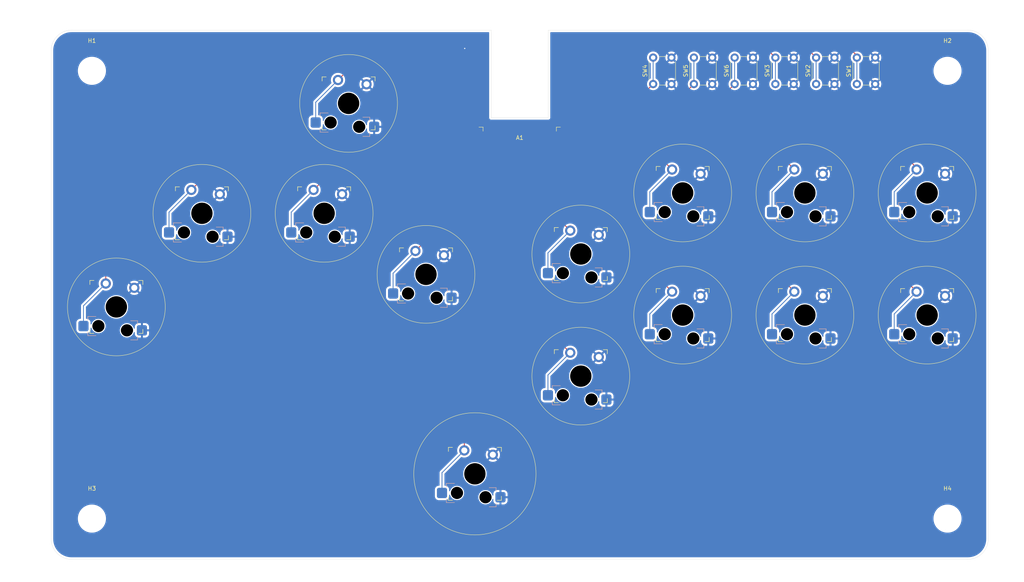
<source format=kicad_pcb>
(kicad_pcb (version 20240108) (generator "pcbnew") (generator_version "8.0")
  (layers (0 "F.Cu" signal) (31 "B.Cu" signal) (34 "B.Paste" user) (35 "F.Paste" user) (36 "B.SilkS" user "B.Silkscreen") (37 "F.SilkS" user "F.Silkscreen") (38 "B.Mask" user) (39 "F.Mask" user) (44 "Edge.Cuts" user))
  (net 0 "")
  (net 1 "GND")
  (net 2 "TRIANGLE")
  (net 4 "SQUARE")
  (net 5 "OPT1")
  (net 6 "DOWN")
  (net 7 "UP_W")
  (net 8 "OPT5")
  (net 9 "OPT6")
  (net 10 "LEFT")
  (net 11 "OPT3")
  (net 12 "OPT4")
  (net 13 "L1")
  (net 14 "CROSS")
  (net 15 "OPT2")
  (net 16 "RIGHT")
  (net 17 "SHIFT")
  (net 18 "L2")
  (net 19 "R2")
  (net 20 "UP")
  (net 22 "CIRCLE")
  (net 23 "R1")
  (footprint "halalsnackbox-footprints:RP2040-Zero" (layer "F.Cu") (at 115 12.08)
    (property "Reference" "A1" (at 0 14.35 0) (layer "F.SilkS"))
    (property "Value" "RP2040-Zero")
    (pad "1" smd roundrect (at 9.16 -10.16 180) (size 3 1.524) (layers "F.Cu" "F.Paste" "F.Mask") (net 5 "OPT1"))
    (pad "2" smd roundrect (at 9.16 -7.62 180) (size 3 1.524) (layers "F.Cu" "F.Paste" "F.Mask") (net 15 "OPT2"))
    (pad "3" smd roundrect (at 9.16 -5.08 180) (size 3 1.524) (layers "F.Cu" "F.Paste" "F.Mask") (net 11 "OPT3"))
    (pad "4" smd roundrect (at 9.16 -2.54 180) (size 3 1.524) (layers "F.Cu" "F.Paste" "F.Mask") (net 12 "OPT4"))
    (pad "5" smd roundrect (at 9.16 0 180) (size 3 1.524) (layers "F.Cu" "F.Paste" "F.Mask") (net 8 "OPT5"))
    (pad "6" smd roundrect (at 9.16 2.54 180) (size 3 1.524) (layers "F.Cu" "F.Paste" "F.Mask") (net 9 "OPT6"))
    (pad "7" smd roundrect (at 9.16 5.08 180) (size 3 1.524) (layers "F.Cu" "F.Paste" "F.Mask") (net 13 "L1"))
    (pad "8" smd roundrect (at 9.16 7.62 180) (size 3 1.524) (layers "F.Cu" "F.Paste" "F.Mask") (net 18 "L2"))
    (pad "9" smd roundrect (at 9.16 10.16 180) (size 3 1.524) (layers "F.Cu" "F.Paste" "F.Mask") (net 23 "R1"))
    (pad "10" smd roundrect (at 5.08 11.7 270) (size 3 1.524) (layers "F.Cu" "F.Paste" "F.Mask") (net 19 "R2"))
    (pad "11" smd roundrect (at 2.54 11.7 270) (size 3 1.524) (layers "F.Cu" "F.Paste" "F.Mask") (net 2 "TRIANGLE"))
    (pad "12" smd roundrect (at 0 11.7 270) (size 3 1.524) (layers "F.Cu" "F.Paste" "F.Mask") (net 22 "CIRCLE"))
    (pad "13" smd roundrect (at -2.54 11.7 270) (size 3 1.524) (layers "F.Cu" "F.Paste" "F.Mask") (net 4 "SQUARE"))
    (pad "14" smd roundrect (at -5.08 11.7 90) (size 3 1.524) (layers "F.Cu" "F.Paste" "F.Mask") (net 14 "CROSS"))
    (pad "15" smd roundrect (at -9.16 10.16 180) (size 3 1.524) (layers "F.Cu" "F.Paste" "F.Mask") (net 20 "UP"))
    (pad "16" smd roundrect (at -9.16 7.62 180) (size 3 1.524) (layers "F.Cu" "F.Paste" "F.Mask") (net 16 "RIGHT"))
    (pad "17" smd roundrect (at -9.16 5.08 180) (size 3 1.524) (layers "F.Cu" "F.Paste" "F.Mask") (net 6 "DOWN"))
    (pad "18" smd roundrect (at -9.16 2.54 180) (size 3 1.524) (layers "F.Cu" "F.Paste" "F.Mask") (net 10 "LEFT"))
    (pad "19" smd roundrect (at -9.16 0 180) (size 3 1.524) (layers "F.Cu" "F.Paste" "F.Mask") (net 17 "SHIFT"))
    (pad "20" smd roundrect (at -9.16 -2.54 180) (size 3 1.524) (layers "F.Cu" "F.Paste" "F.Mask") (net 7 "UP_W"))
    (pad "21" smd roundrect (at -9.16 -5.08 180) (size 3 1.524) (layers "F.Cu" "F.Paste" "F.Mask"))
    (pad "22" smd roundrect (at -9.16 -10.16 180) (size 3 1.524) (layers "F.Cu" "F.Paste" "F.Mask"))
    (pad "23" smd roundrect (at -9.16 -7.62 180) (size 3 1.524) (layers "F.Cu" "F.Paste" "F.Mask") (net 1 "GND"))
  )
  (footprint "halalsnackbox-footprints:SW_PUSH_6mm_H9.5mm" (layer "F.Cu") (at 157.75 13.25 90)
    (property "Reference" "SW5" (at 3.25 -2 90) (layer "F.SilkS"))
    (property "Value" "SW_Push")
    (pad "1" thru_hole circle (at 0 0 180) (size 2 2) (drill 1.1) (layers "*.Cu" "*.Mask") (net 8 "OPT5"))
    (pad "1" thru_hole circle (at 6.5 0 180) (size 2 2) (drill 1.1) (layers "*.Cu" "*.Mask") (net 8 "OPT5"))
    (pad "2" thru_hole circle (at 0 4.5 180) (size 2 2) (drill 1.1) (layers "*.Cu" "*.Mask") (net 1 "GND"))
    (pad "2" thru_hole circle (at 6.5 4.5 180) (size 2 2) (drill 1.1) (layers "*.Cu" "*.Mask") (net 1 "GND"))
  )
  (footprint "halalsnackbox-footprints:SW_PUSH_6mm_H9.5mm" (layer "F.Cu") (at 197.75 13.25 90)
    (property "Reference" "SW1" (at 3.25 -2 90) (layer "F.SilkS"))
    (property "Value" "SW_Push")
    (pad "1" thru_hole circle (at 0 0 180) (size 2 2) (drill 1.1) (layers "*.Cu" "*.Mask") (net 5 "OPT1"))
    (pad "1" thru_hole circle (at 6.5 0 180) (size 2 2) (drill 1.1) (layers "*.Cu" "*.Mask") (net 5 "OPT1"))
    (pad "2" thru_hole circle (at 0 4.5 180) (size 2 2) (drill 1.1) (layers "*.Cu" "*.Mask") (net 1 "GND"))
    (pad "2" thru_hole circle (at 6.5 4.5 180) (size 2 2) (drill 1.1) (layers "*.Cu" "*.Mask") (net 1 "GND"))
  )
  (footprint "MountingHole:MountingHole_6.4mm_M6" (layer "F.Cu") (at 10 120)
    (property "Reference" "H3" (at 0 -7.4 0) (layer "F.SilkS"))
    (property "Value" "MountingHole")
    (pad "" np_thru_hole circle (at 0 0) (size 6.4 6.4) (drill 6.4) (layers "*.Cu" "*.Mask"))
  )
  (footprint "halalsnackbox-footprints:SW_PUSH_6mm_H9.5mm" (layer "F.Cu") (at 177.75 13.25 90)
    (property "Reference" "SW3" (at 3.25 -2 90) (layer "F.SilkS"))
    (property "Value" "SW_Push")
    (pad "1" thru_hole circle (at 0 0 180) (size 2 2) (drill 1.1) (layers "*.Cu" "*.Mask") (net 11 "OPT3"))
    (pad "1" thru_hole circle (at 6.5 0 180) (size 2 2) (drill 1.1) (layers "*.Cu" "*.Mask") (net 11 "OPT3"))
    (pad "2" thru_hole circle (at 0 4.5 180) (size 2 2) (drill 1.1) (layers "*.Cu" "*.Mask") (net 1 "GND"))
    (pad "2" thru_hole circle (at 6.5 4.5 180) (size 2 2) (drill 1.1) (layers "*.Cu" "*.Mask") (net 1 "GND"))
  )
  (footprint "MountingHole:MountingHole_6.4mm_M6" (layer "F.Cu") (at 220 10)
    (property "Reference" "H2" (at 0 -7.4 0) (layer "F.SilkS"))
    (property "Value" "MountingHole")
    (pad "" np_thru_hole circle (at 0 0) (size 6.4 6.4) (drill 6.4) (layers "*.Cu" "*.Mask"))
  )
  (footprint "MountingHole:MountingHole_6.4mm_M6" (layer "F.Cu") (at 220 120)
    (property "Reference" "H4" (at 0 -7.4 0) (layer "F.SilkS"))
    (property "Value" "MountingHole")
    (pad "" np_thru_hole circle (at 0 0) (size 6.4 6.4) (drill 6.4) (layers "*.Cu" "*.Mask"))
  )
  (footprint "halalsnackbox-footprints:SW_PUSH_6mm_H9.5mm" (layer "F.Cu") (at 167.75 13.25 90)
    (property "Reference" "SW6" (at 3.25 -2 90) (layer "F.SilkS"))
    (property "Value" "SW_Push")
    (pad "1" thru_hole circle (at 0 0 180) (size 2 2) (drill 1.1) (layers "*.Cu" "*.Mask") (net 9 "OPT6"))
    (pad "1" thru_hole circle (at 6.5 0 180) (size 2 2) (drill 1.1) (layers "*.Cu" "*.Mask") (net 9 "OPT6"))
    (pad "2" thru_hole circle (at 0 4.5 180) (size 2 2) (drill 1.1) (layers "*.Cu" "*.Mask") (net 1 "GND"))
    (pad "2" thru_hole circle (at 6.5 4.5 180) (size 2 2) (drill 1.1) (layers "*.Cu" "*.Mask") (net 1 "GND"))
  )
  (footprint "MountingHole:MountingHole_6.4mm_M6" (layer "F.Cu") (at 10 10)
    (property "Reference" "H1" (at 0 -7.4 0) (layer "F.SilkS"))
    (property "Value" "MountingHole")
    (pad "" np_thru_hole circle (at 0 0) (size 6.4 6.4) (drill 6.4) (layers "*.Cu" "*.Mask"))
  )
  (footprint "halalsnackbox-footprints:SW_Gateron_LowProfile_HotSwap_THT" (layer "F.Cu") (at 16 68)
    (property "Reference" "SW19" (hide yes))
    (property "Value" "SW_Push" (hide yes))
    (pad "" np_thru_hole circle (at -4.4 4.7) (size 3 3) (drill 3) (layers "*.Mask"))
    (pad "" np_thru_hole circle (at 0 0) (size 5.25 5.25) (drill 5.25) (layers "*.Mask"))
    (pad "" np_thru_hole circle (at 2.6 5.75) (size 3 3) (drill 3) (layers "*.Mask"))
    (pad "1" smd roundrect (at -8.075 4.7) (size 2.5 2.55) (layers "B.Cu" "B.Paste" "B.Mask") (roundrect_rratio 0.2) (net 17 "SHIFT"))
    (pad "1" thru_hole circle (at -2.6 -5.75) (size 2.5 2.5) (drill 1.5) (layers "*.Cu" "B.Mask") (net 17 "SHIFT"))
    (pad "2" thru_hole circle (at 4.4 -4.7) (size 2.5 2.5) (drill 1.5) (layers "*.Cu" "B.Mask") (net 1 "GND"))
    (pad "2" smd roundrect (at 6.275 5.75) (size 2.5 2.55) (layers "B.Cu" "B.Paste" "B.Mask") (roundrect_rratio 0.2) (net 1 "GND"))
  )
  (footprint "halalsnackbox-footprints:SW_Gateron_LowProfile_HotSwap_THT" (layer "F.Cu") (at 155 40)
    (property "Reference" "SW11" (hide yes))
    (property "Value" "SW_Push" (hide yes))
    (pad "" np_thru_hole circle (at -4.4 4.7) (size 3 3) (drill 3) (layers "*.Mask"))
    (pad "" np_thru_hole circle (at 0 0) (size 5.25 5.25) (drill 5.25) (layers "*.Mask"))
    (pad "" np_thru_hole circle (at 2.6 5.75) (size 3 3) (drill 3) (layers "*.Mask"))
    (pad "1" smd roundrect (at -8.075 4.7) (size 2.5 2.55) (layers "B.Cu" "B.Paste" "B.Mask") (roundrect_rratio 0.2) (net 2 "TRIANGLE"))
    (pad "1" thru_hole circle (at -2.6 -5.75) (size 2.5 2.5) (drill 1.5) (layers "*.Cu" "B.Mask") (net 2 "TRIANGLE"))
    (pad "2" thru_hole circle (at 4.4 -4.7) (size 2.5 2.5) (drill 1.5) (layers "*.Cu" "B.Mask") (net 1 "GND"))
    (pad "2" smd roundrect (at 6.275 5.75) (size 2.5 2.55) (layers "B.Cu" "B.Paste" "B.Mask") (roundrect_rratio 0.2) (net 1 "GND"))
  )
  (footprint "halalsnackbox-footprints:SW_Gateron_LowProfile_HotSwap_THT" (layer "F.Cu") (at 92 60)
    (property "Reference" "SW9" (hide yes))
    (property "Value" "SW_Push" (hide yes))
    (pad "" np_thru_hole circle (at -4.4 4.7) (size 3 3) (drill 3) (layers "*.Mask"))
    (pad "" np_thru_hole circle (at 0 0) (size 5.25 5.25) (drill 5.25) (layers "*.Mask"))
    (pad "" np_thru_hole circle (at 2.6 5.75) (size 3 3) (drill 3) (layers "*.Mask"))
    (pad "1" smd roundrect (at -8.075 4.7) (size 2.5 2.55) (layers "B.Cu" "B.Paste" "B.Mask") (roundrect_rratio 0.2) (net 16 "RIGHT"))
    (pad "1" thru_hole circle (at -2.6 -5.75) (size 2.5 2.5) (drill 1.5) (layers "*.Cu" "B.Mask") (net 16 "RIGHT"))
    (pad "2" thru_hole circle (at 4.4 -4.7) (size 2.5 2.5) (drill 1.5) (layers "*.Cu" "B.Mask") (net 1 "GND"))
    (pad "2" smd roundrect (at 6.275 5.75) (size 2.5 2.55) (layers "B.Cu" "B.Paste" "B.Mask") (roundrect_rratio 0.2) (net 1 "GND"))
  )
  (footprint "halalsnackbox-footprints:SW_Gateron_LowProfile_HotSwap_THT" (layer "F.Cu") (at 130 85)
    (property "Reference" "SW14" (hide yes))
    (property "Value" "SW_Push" (hide yes))
    (pad "" np_thru_hole circle (at -4.4 4.7) (size 3 3) (drill 3) (layers "*.Mask"))
    (pad "" np_thru_hole circle (at 0 0) (size 5.25 5.25) (drill 5.25) (layers "*.Mask"))
    (pad "" np_thru_hole circle (at 2.6 5.75) (size 3 3) (drill 3) (layers "*.Mask"))
    (pad "1" smd roundrect (at -8.075 4.7) (size 2.5 2.55) (layers "B.Cu" "B.Paste" "B.Mask") (roundrect_rratio 0.2) (net 14 "CROSS"))
    (pad "1" thru_hole circle (at -2.6 -5.75) (size 2.5 2.5) (drill 1.5) (layers "*.Cu" "B.Mask") (net 14 "CROSS"))
    (pad "2" thru_hole circle (at 4.4 -4.7) (size 2.5 2.5) (drill 1.5) (layers "*.Cu" "B.Mask") (net 1 "GND"))
    (pad "2" smd roundrect (at 6.275 5.75) (size 2.5 2.55) (layers "B.Cu" "B.Paste" "B.Mask") (roundrect_rratio 0.2) (net 1 "GND"))
  )
  (footprint "halalsnackbox-footprints:SW_Gateron_LowProfile_HotSwap_THT" (layer "F.Cu") (at 37 45)
    (property "Reference" "SW7" (hide yes))
    (property "Value" "SW_Push" (hide yes))
    (pad "" np_thru_hole circle (at -4.4 4.7) (size 3 3) (drill 3) (layers "*.Mask"))
    (pad "" np_thru_hole circle (at 0 0) (size 5.25 5.25) (drill 5.25) (layers "*.Mask"))
    (pad "" np_thru_hole circle (at 2.6 5.75) (size 3 3) (drill 3) (layers "*.Mask"))
    (pad "1" smd roundrect (at -8.075 4.7) (size 2.5 2.55) (layers "B.Cu" "B.Paste" "B.Mask") (roundrect_rratio 0.2) (net 10 "LEFT"))
    (pad "1" thru_hole circle (at -2.6 -5.75) (size 2.5 2.5) (drill 1.5) (layers "*.Cu" "B.Mask") (net 10 "LEFT"))
    (pad "2" thru_hole circle (at 4.4 -4.7) (size 2.5 2.5) (drill 1.5) (layers "*.Cu" "B.Mask") (net 1 "GND"))
    (pad "2" smd roundrect (at 6.275 5.75) (size 2.5 2.55) (layers "B.Cu" "B.Paste" "B.Mask") (roundrect_rratio 0.2) (net 1 "GND"))
  )
  (footprint "halalsnackbox-footprints:SW_Gateron_LowProfile_HotSwap_THT" (layer "F.Cu") (at 73 18)
    (property "Reference" "SW20" (hide yes))
    (property "Value" "SW_Push" (hide yes))
    (pad "" np_thru_hole circle (at -4.4 4.7) (size 3 3) (drill 3) (layers "*.Mask"))
    (pad "" np_thru_hole circle (at 0 0) (size 5.25 5.25) (drill 5.25) (layers "*.Mask"))
    (pad "" np_thru_hole circle (at 2.6 5.75) (size 3 3) (drill 3) (layers "*.Mask"))
    (pad "1" smd roundrect (at -8.075 4.7) (size 2.5 2.55) (layers "B.Cu" "B.Paste" "B.Mask") (roundrect_rratio 0.2) (net 7 "UP_W"))
    (pad "1" thru_hole circle (at -2.6 -5.75) (size 2.5 2.5) (drill 1.5) (layers "*.Cu" "B.Mask") (net 7 "UP_W"))
    (pad "2" thru_hole circle (at 4.4 -4.7) (size 2.5 2.5) (drill 1.5) (layers "*.Cu" "B.Mask") (net 1 "GND"))
    (pad "2" smd roundrect (at 6.275 5.75) (size 2.5 2.55) (layers "B.Cu" "B.Paste" "B.Mask") (roundrect_rratio 0.2) (net 1 "GND"))
  )
  (footprint "halalsnackbox-footprints:SW_Gateron_LowProfile_HotSwap_THT" (layer "F.Cu") (at 185 70)
    (property "Reference" "SW16" (hide yes))
    (property "Value" "SW_Push" (hide yes))
    (pad "" np_thru_hole circle (at -4.4 4.7) (size 3 3) (drill 3) (layers "*.Mask"))
    (pad "" np_thru_hole circle (at 0 0) (size 5.25 5.25) (drill 5.25) (layers "*.Mask"))
    (pad "" np_thru_hole circle (at 2.6 5.75) (size 3 3) (drill 3) (layers "*.Mask"))
    (pad "1" smd roundrect (at -8.075 4.7) (size 2.5 2.55) (layers "B.Cu" "B.Paste" "B.Mask") (roundrect_rratio 0.2) (net 19 "R2"))
    (pad "1" thru_hole circle (at -2.6 -5.75) (size 2.5 2.5) (drill 1.5) (layers "*.Cu" "B.Mask") (net 19 "R2"))
    (pad "2" thru_hole circle (at 4.4 -4.7) (size 2.5 2.5) (drill 1.5) (layers "*.Cu" "B.Mask") (net 1 "GND"))
    (pad "2" smd roundrect (at 6.275 5.75) (size 2.5 2.55) (layers "B.Cu" "B.Paste" "B.Mask") (roundrect_rratio 0.2) (net 1 "GND"))
  )
  (footprint "halalsnackbox-footprints:SW_Gateron_LowProfile_HotSwap_THT" (layer "F.Cu") (at 130 55)
    (property "Reference" "SW10" (hide yes))
    (property "Value" "SW_Push" (hide yes))
    (pad "" np_thru_hole circle (at -4.4 4.7) (size 3 3) (drill 3) (layers "*.Mask"))
    (pad "" np_thru_hole circle (at 0 0) (size 5.25 5.25) (drill 5.25) (layers "*.Mask"))
    (pad "" np_thru_hole circle (at 2.6 5.75) (size 3 3) (drill 3) (layers "*.Mask"))
    (pad "1" smd roundrect (at -8.075 4.7) (size 2.5 2.55) (layers "B.Cu" "B.Paste" "B.Mask") (roundrect_rratio 0.2) (net 4 "SQUARE"))
    (pad "1" thru_hole circle (at -2.6 -5.75) (size 2.5 2.5) (drill 1.5) (layers "*.Cu" "B.Mask") (net 4 "SQUARE"))
    (pad "2" thru_hole circle (at 4.4 -4.7) (size 2.5 2.5) (drill 1.5) (layers "*.Cu" "B.Mask") (net 1 "GND"))
    (pad "2" smd roundrect (at 6.275 5.75) (size 2.5 2.55) (layers "B.Cu" "B.Paste" "B.Mask") (roundrect_rratio 0.2) (net 1 "GND"))
  )
  (footprint "halalsnackbox-footprints:SW_PUSH_6mm_H9.5mm" (layer "F.Cu") (at 147.75 13.25 90)
    (property "Reference" "SW4" (at 3.25 -2 90) (layer "F.SilkS"))
    (property "Value" "SW_Push")
    (pad "1" thru_hole circle (at 0 0 180) (size 2 2) (drill 1.1) (layers "*.Cu" "*.Mask") (net 12 "OPT4"))
    (pad "1" thru_hole circle (at 6.5 0 180) (size 2 2) (drill 1.1) (layers "*.Cu" "*.Mask") (net 12 "OPT4"))
    (pad "2" thru_hole circle (at 0 4.5 180) (size 2 2) (drill 1.1) (layers "*.Cu" "*.Mask") (net 1 "GND"))
    (pad "2" thru_hole circle (at 6.5 4.5 180) (size 2 2) (drill 1.1) (layers "*.Cu" "*.Mask") (net 1 "GND"))
  )
  (footprint "halalsnackbox-footprints:SW_Gateron_LowProfile_HotSwap_THT" (layer "F.Cu") (at 67 45)
    (property "Reference" "SW8" (hide yes))
    (property "Value" "SW_Push" (hide yes))
    (pad "" np_thru_hole circle (at -4.4 4.7) (size 3 3) (drill 3) (layers "*.Mask"))
    (pad "" np_thru_hole circle (at 0 0) (size 5.25 5.25) (drill 5.25) (layers "*.Mask"))
    (pad "" np_thru_hole circle (at 2.6 5.75) (size 3 3) (drill 3) (layers "*.Mask"))
    (pad "1" smd roundrect (at -8.075 4.7) (size 2.5 2.55) (layers "B.Cu" "B.Paste" "B.Mask") (roundrect_rratio 0.2) (net 6 "DOWN"))
    (pad "1" thru_hole circle (at -2.6 -5.75) (size 2.5 2.5) (drill 1.5) (layers "*.Cu" "B.Mask") (net 6 "DOWN"))
    (pad "2" thru_hole circle (at 4.4 -4.7) (size 2.5 2.5) (drill 1.5) (layers "*.Cu" "B.Mask") (net 1 "GND"))
    (pad "2" smd roundrect (at 6.275 5.75) (size 2.5 2.55) (layers "B.Cu" "B.Paste" "B.Mask") (roundrect_rratio 0.2) (net 1 "GND"))
  )
  (footprint "halalsnackbox-footprints:SW_Gateron_LowProfile_HotSwap_THT" (layer "F.Cu") (at 104 109)
    (property "Reference" "SW18" (hide yes))
    (property "Value" "SW_Push" (hide yes))
    (pad "" np_thru_hole circle (at -4.4 4.7) (size 3 3) (drill 3) (layers "*.Mask"))
    (pad "" np_thru_hole circle (at 0 0) (size 5.25 5.25) (drill 5.25) (layers "*.Mask"))
    (pad "" np_thru_hole circle (at 2.6 5.75) (size 3 3) (drill 3) (layers "*.Mask"))
    (pad "1" smd roundrect (at -8.075 4.7) (size 2.5 2.55) (layers "B.Cu" "B.Paste" "B.Mask") (roundrect_rratio 0.2) (net 20 "UP"))
    (pad "1" thru_hole circle (at -2.6 -5.75) (size 2.5 2.5) (drill 1.5) (layers "*.Cu" "B.Mask") (net 20 "UP"))
    (pad "2" thru_hole circle (at 4.4 -4.7) (size 2.5 2.5) (drill 1.5) (layers "*.Cu" "B.Mask") (net 1 "GND"))
    (pad "2" smd roundrect (at 6.275 5.75) (size 2.5 2.55) (layers "B.Cu" "B.Paste" "B.Mask") (roundrect_rratio 0.2) (net 1 "GND"))
  )
  (footprint "halalsnackbox-footprints:SW_PUSH_6mm_H9.5mm" (layer "F.Cu") (at 187.75 13.25 90)
    (property "Reference" "SW2" (at 3.25 -2 90) (layer "F.SilkS"))
    (property "Value" "SW_Push")
    (pad "1" thru_hole circle (at 0 0 180) (size 2 2) (drill 1.1) (layers "*.Cu" "*.Mask") (net 15 "OPT2"))
    (pad "1" thru_hole circle (at 6.5 0 180) (size 2 2) (drill 1.1) (layers "*.Cu" "*.Mask") (net 15 "OPT2"))
    (pad "2" thru_hole circle (at 0 4.5 180) (size 2 2) (drill 1.1) (layers "*.Cu" "*.Mask") (net 1 "GND"))
    (pad "2" thru_hole circle (at 6.5 4.5 180) (size 2 2) (drill 1.1) (layers "*.Cu" "*.Mask") (net 1 "GND"))
  )
  (footprint "halalsnackbox-footprints:SW_Gateron_LowProfile_HotSwap_THT" (layer "F.Cu") (at 215 70)
    (property "Reference" "SW17" (hide yes))
    (property "Value" "SW_Push" (hide yes))
    (pad "" np_thru_hole circle (at -4.4 4.7) (size 3 3) (drill 3) (layers "*.Mask"))
    (pad "" np_thru_hole circle (at 0 0) (size 5.25 5.25) (drill 5.25) (layers "*.Mask"))
    (pad "" np_thru_hole circle (at 2.6 5.75) (size 3 3) (drill 3) (layers "*.Mask"))
    (pad "1" smd roundrect (at -8.075 4.7) (size 2.5 2.55) (layers "B.Cu" "B.Paste" "B.Mask") (roundrect_rratio 0.2) (net 18 "L2"))
    (pad "1" thru_hole circle (at -2.6 -5.75) (size 2.5 2.5) (drill 1.5) (layers "*.Cu" "B.Mask") (net 18 "L2"))
    (pad "2" thru_hole circle (at 4.4 -4.7) (size 2.5 2.5) (drill 1.5) (layers "*.Cu" "B.Mask") (net 1 "GND"))
    (pad "2" smd roundrect (at 6.275 5.75) (size 2.5 2.55) (layers "B.Cu" "B.Paste" "B.Mask") (roundrect_rratio 0.2) (net 1 "GND"))
  )
  (footprint "halalsnackbox-footprints:SW_Gateron_LowProfile_HotSwap_THT" (layer "F.Cu") (at 155 70)
    (property "Reference" "SW15" (hide yes))
    (property "Value" "SW_Push" (hide yes))
    (pad "" np_thru_hole circle (at -4.4 4.7) (size 3 3) (drill 3) (layers "*.Mask"))
    (pad "" np_thru_hole circle (at 0 0) (size 5.25 5.25) (drill 5.25) (layers "*.Mask"))
    (pad "" np_thru_hole circle (at 2.6 5.75) (size 3 3) (drill 3) (layers "*.Mask"))
    (pad "1" smd roundrect (at -8.075 4.7) (size 2.5 2.55) (layers "B.Cu" "B.Paste" "B.Mask") (roundrect_rratio 0.2) (net 22 "CIRCLE"))
    (pad "1" thru_hole circle (at -2.6 -5.75) (size 2.5 2.5) (drill 1.5) (layers "*.Cu" "B.Mask") (net 22 "CIRCLE"))
    (pad "2" thru_hole circle (at 4.4 -4.7) (size 2.5 2.5) (drill 1.5) (layers "*.Cu" "B.Mask") (net 1 "GND"))
    (pad "2" smd roundrect (at 6.275 5.75) (size 2.5 2.55) (layers "B.Cu" "B.Paste" "B.Mask") (roundrect_rratio 0.2) (net 1 "GND"))
  )
  (footprint "halalsnackbox-footprints:SW_Gateron_LowProfile_HotSwap_THT" (layer "F.Cu") (at 185 40)
    (property "Reference" "SW12" (hide yes))
    (property "Value" "SW_Push" (hide yes))
    (pad "" np_thru_hole circle (at -4.4 4.7) (size 3 3) (drill 3) (layers "*.Mask"))
    (pad "" np_thru_hole circle (at 0 0) (size 5.25 5.25) (drill 5.25) (layers "*.Mask"))
    (pad "" np_thru_hole circle (at 2.6 5.75) (size 3 3) (drill 3) (layers "*.Mask"))
    (pad "1" smd roundrect (at -8.075 4.7) (size 2.5 2.55) (layers "B.Cu" "B.Paste" "B.Mask") (roundrect_rratio 0.2) (net 23 "R1"))
    (pad "1" thru_hole circle (at -2.6 -5.75) (size 2.5 2.5) (drill 1.5) (layers "*.Cu" "B.Mask") (net 23 "R1"))
    (pad "2" thru_hole circle (at 4.4 -4.7) (size 2.5 2.5) (drill 1.5) (layers "*.Cu" "B.Mask") (net 1 "GND"))
    (pad "2" smd roundrect (at 6.275 5.75) (size 2.5 2.55) (layers "B.Cu" "B.Paste" "B.Mask") (roundrect_rratio 0.2) (net 1 "GND"))
  )
  (footprint "halalsnackbox-footprints:SW_Gateron_LowProfile_HotSwap_THT" (layer "F.Cu") (at 215 40)
    (property "Reference" "SW13" (hide yes))
    (property "Value" "SW_Push" (hide yes))
    (pad "" np_thru_hole circle (at -4.4 4.7) (size 3 3) (drill 3) (layers "*.Mask"))
    (pad "" np_thru_hole circle (at 0 0) (size 5.25 5.25) (drill 5.25) (layers "*.Mask"))
    (pad "" np_thru_hole circle (at 2.6 5.75) (size 3 3) (drill 3) (layers "*.Mask"))
    (pad "1" smd roundrect (at -8.075 4.7) (size 2.5 2.55) (layers "B.Cu" "B.Paste" "B.Mask") (roundrect_rratio 0.2) (net 13 "L1"))
    (pad "1" thru_hole circle (at -2.6 -5.75) (size 2.5 2.5) (drill 1.5) (layers "*.Cu" "B.Mask") (net 13 "L1"))
    (pad "2" thru_hole circle (at 4.4 -4.7) (size 2.5 2.5) (drill 1.5) (layers "*.Cu" "B.Mask") (net 1 "GND"))
    (pad "2" smd roundrect (at 6.275 5.75) (size 2.5 2.55) (layers "B.Cu" "B.Paste" "B.Mask") (roundrect_rratio 0.2) (net 1 "GND"))
  )
  (gr_circle (center 37 45) (end 49 45) (stroke (width 0.1)) (fill none) (layer "F.SilkS"))
  (gr_circle (center 16 68) (end 28 68) (stroke (width 0.1)) (fill none) (layer "F.SilkS"))
  (gr_circle (center 92 60) (end 104 60) (stroke (width 0.1)) (fill none) (layer "F.SilkS"))
  (gr_circle (center 185 40) (end 197 40) (stroke (width 0.1)) (fill none) (layer "F.SilkS"))
  (gr_circle (center 130 85) (end 142 85) (stroke (width 0.1)) (fill none) (layer "F.SilkS"))
  (gr_circle (center 155 70) (end 167 70) (stroke (width 0.1)) (fill none) (layer "F.SilkS"))
  (gr_circle (center 155 40) (end 167 40) (stroke (width 0.1)) (fill none) (layer "F.SilkS"))
  (gr_circle (center 73 18) (end 85 18) (stroke (width 0.1)) (fill none) (layer "F.SilkS"))
  (gr_circle (center 215 40) (end 227 40) (stroke (width 0.1)) (fill none) (layer "F.SilkS"))
  (gr_circle (center 185 70) (end 197 70) (stroke (width 0.1)) (fill none) (layer "F.SilkS"))
  (gr_circle (center 67 45) (end 79 45) (stroke (width 0.1)) (fill none) (layer "F.SilkS"))
  (gr_circle (center 215 70) (end 227 70) (stroke (width 0.1)) (fill none) (layer "F.SilkS"))
  (gr_circle (center 104 109) (end 119 109) (stroke (width 0.1)) (fill none) (layer "F.SilkS"))
  (gr_circle (center 130 55) (end 142 55) (stroke (width 0.1)) (fill none) (layer "F.SilkS"))
  (gr_arc (start 0 5) (mid 1.464466 1.464466) (end 5 0) (stroke (width 0.05)) (layer "Edge.Cuts"))
  (gr_line (start 108 0) (end 108 21.5) (stroke (width 0.05)) (layer "Edge.Cuts"))
  (gr_arc (start 5 130) (mid 1.464466 128.535534) (end 0 125) (stroke (width 0.05)) (layer "Edge.Cuts"))
  (gr_line (start 230 5) (end 230 125) (stroke (width 0.05)) (layer "Edge.Cuts"))
  (gr_line (start 122 0) (end 225 0) (stroke (width 0.05)) (layer "Edge.Cuts"))
  (gr_line (start 5 130) (end 225 130) (stroke (width 0.05)) (layer "Edge.Cuts"))
  (gr_line (start 0 5) (end 0 125) (stroke (width 0.05)) (layer "Edge.Cuts"))
  (gr_line (start 122 0) (end 122 21.5) (stroke (width 0.05)) (layer "Edge.Cuts"))
  (gr_arc (start 225 0) (mid 228.535534 1.464466) (end 230 5) (stroke (width 0.05)) (layer "Edge.Cuts"))
  (gr_line (start 108 21.5) (end 122 21.5) (stroke (width 0.05)) (layer "Edge.Cuts"))
  (gr_arc (start 230 125) (mid 228.535534 128.535534) (end 225 130) (stroke (width 0.05)) (layer "Edge.Cuts"))
  (gr_line (start 5 0) (end 108 0) (stroke (width 0.05)) (layer "Edge.Cuts"))
  (segment (start 101.5 4.5) (end 101.54 4.46) (width 0.2) (layer "F.Cu") (net 1))
  (segment (start 105.84 4.46) (end 101.54 4.46) (width 0.2) (layer "F.Cu") (net 1))
  (via (at 101.5 4.5) (size 0.6) (drill 0.3) (layers "F.Cu" "B.Cu") (net 1))
  (segment (start 47 50.657387) (end 47 44.078) (width 0.2) (layer "B.Cu") (net 1))
  (segment (start 147.35 29.2) (end 119.95 29.2) (width 0.2) (layer "F.Cu") (net 2))
  (segment (start 119.95 29.2) (end 117.54 26.79) (width 0.2) (layer "F.Cu") (net 2))
  (segment (start 117.54 26.79) (end 117.54 23.78) (width 0.2) (layer "F.Cu") (net 2))
  (segment (start 152.4 34.25) (end 147.35 29.2) (width 0.2) (layer "F.Cu") (net 2))
  (segment (start 146.925 39.725) (end 146.925 44.7) (width 0.2) (layer "B.Cu") (net 2))
  (segment (start 152.4 34.25) (end 146.925 39.725) (width 0.2) (layer "B.Cu") (net 2))
  (segment (start 112.46 23.78) (end 112.46 26.86) (width 0.2) (layer "F.Cu") (net 4))
  (segment (start 112.46 26.86) (end 114.8 29.2) (width 0.2) (layer "F.Cu") (net 4))
  (segment (start 114.8 29.2) (end 114.8 36.65) (width 0.2) (layer "F.Cu") (net 4))
  (segment (start 114.8 36.65) (end 127.4 49.25) (width 0.2) (layer "F.Cu") (net 4))
  (segment (start 121.925 54.725) (end 121.925 59.7) (width 0.2) (layer "B.Cu") (net 4))
  (segment (start 127.4 49.25) (end 121.925 54.725) (width 0.2) (layer "B.Cu") (net 4))
  (segment (start 124.16 1.92) (end 124.24 2) (width 0.2) (layer "F.Cu") (net 5))
  (segment (start 197.75 6.25) (end 197.75 6.75) (width 0.2) (layer "F.Cu") (net 5))
  (segment (start 193.5 2) (end 197.75 6.25) (width 0.2) (layer "F.Cu") (net 5))
  (segment (start 124.24 2) (end 193.5 2) (width 0.2) (layer "F.Cu") (net 5))
  (segment (start 197.75 6.75) (end 197.75 13.25) (width 0.2) (layer "B.Cu") (net 5))
  (segment (start 70.4 33.25) (end 64.4 39.25) (width 0.2) (layer "F.Cu") (net 6))
  (segment (start 85.5 33.25) (end 70.4 33.25) (width 0.2) (layer "F.Cu") (net 6))
  (segment (start 85.5 33.25) (end 101.59 17.16) (width 0.2) (layer "F.Cu") (net 6))
  (segment (start 101.59 17.16) (end 105.84 17.16) (width 0.2) (layer "F.Cu") (net 6))
  (segment (start 64.4 39.25) (end 58.925 44.725) (width 0.2) (layer "B.Cu") (net 6))
  (segment (start 58.925 44.725) (end 58.925 49.7) (width 0.2) (layer "B.Cu") (net 6))
  (segment (start 73.11 9.54) (end 70.4 12.25) (width 0.2) (layer "F.Cu") (net 7))
  (segment (start 105.84 9.54) (end 73.11 9.54) (width 0.2) (layer "F.Cu") (net 7))
  (segment (start 64.925 17.725) (end 64.925 22.7) (width 0.2) (layer "B.Cu") (net 7))
  (segment (start 70.4 12.25) (end 64.925 17.725) (width 0.2) (layer "B.Cu") (net 7))
  (segment (start 155.2 15.8) (end 157.75 13.25) (width 0.2) (layer "F.Cu") (net 8))
  (segment (start 132.4 15.8) (end 155.2 15.8) (width 0.2) (layer "F.Cu") (net 8))
  (segment (start 128.68 12.08) (end 132.4 15.8) (width 0.2) (layer "F.Cu") (net 8))
  (segment (start 124.16 12.08) (end 128.68 12.08) (width 0.2) (layer "F.Cu") (net 8))
  (segment (start 157.75 6.75) (end 157.75 13.25) (width 0.2) (layer "B.Cu") (net 8))
  (segment (start 131.65 16.75) (end 164.25 16.75) (width 0.2) (layer "F.Cu") (net 9))
  (segment (start 124.28 14.5) (end 129.4 14.5) (width 0.2) (layer "F.Cu") (net 9))
  (segment (start 124.16 14.62) (end 124.28 14.5) (width 0.2) (layer "F.Cu") (net 9))
  (segment (start 129.4 14.5) (end 131.65 16.75) (width 0.2) (layer "F.Cu") (net 9))
  (segment (start 164.25 16.75) (end 167.75 13.25) (width 0.2) (layer "F.Cu") (net 9))
  (segment (start 167.75 6.75) (end 167.75 13.25) (width 0.2) (layer "B.Cu") (net 9))
  (segment (start 105.84 14.62) (end 101.38 14.62) (width 0.2) (layer "F.Cu") (net 10))
  (segment (start 101.38 14.62) (end 84.25 31.75) (width 0.2) (layer "F.Cu") (net 10))
  (segment (start 84.25 31.75) (end 41.9 31.75) (width 0.2) (layer "F.Cu") (net 10))
  (segment (start 41.9 31.75) (end 34.4 39.25) (width 0.2) (layer "F.Cu") (net 10))
  (segment (start 34.4 39.25) (end 28.925 44.725) (width 0.2) (layer "B.Cu") (net 10))
  (segment (start 28.925 44.725) (end 28.925 49.7) (width 0.2) (layer "B.Cu") (net 10))
  (segment (start 124.16 7) (end 127.8 7) (width 0.2) (layer "F.Cu") (net 11))
  (segment (start 127.8 7) (end 130.8 4) (width 0.2) (layer "F.Cu") (net 11))
  (segment (start 130.8 4) (end 175 4) (width 0.2) (layer "F.Cu") (net 11))
  (segment (start 175 4) (end 177.75 6.75) (width 0.2) (layer "F.Cu") (net 11))
  (segment (start 177.75 6.75) (end 177.75 13.25) (width 0.2) (layer "B.Cu") (net 11))
  (segment (start 133 14.8) (end 127.74 9.54) (width 0.2) (layer "F.Cu") (net 12))
  (segment (start 146.2 14.8) (end 133 14.8) (width 0.2) (layer "F.Cu") (net 12))
  (segment (start 147.75 13.25) (end 146.2 14.8) (width 0.2) (layer "F.Cu") (net 12))
  (segment (start 127.74 9.54) (end 124.16 9.54) (width 0.2) (layer "F.Cu") (net 12))
  (segment (start 147.75 6.75) (end 147.75 13.25) (width 0.2) (layer "B.Cu") (net 12))
  (segment (start 212.4 33.8) (end 212.4 34.25) (width 0.2) (layer "F.Cu") (net 13))
  (segment (start 131.6 18.6) (end 197.2 18.6) (width 0.2) (layer "F.Cu") (net 13))
  (segment (start 130.16 17.16) (end 131.6 18.6) (width 0.2) (layer "F.Cu") (net 13))
  (segment (start 197.2 18.6) (end 212.4 33.8) (width 0.2) (layer "F.Cu") (net 13))
  (segment (start 124.16 17.16) (end 124.32 17) (width 0.2) (layer "F.Cu") (net 13))
  (segment (start 124.16 17.16) (end 130.16 17.16) (width 0.2) (layer "F.Cu") (net 13))
  (segment (start 206.925 39.725) (end 206.925 44.7) (width 0.2) (layer "B.Cu") (net 13))
  (segment (start 212.4 34.25) (end 206.925 39.725) (width 0.2) (layer "B.Cu") (net 13))
  (segment (start 127.4 79.25) (end 126.25 79.25) (width 0.2) (layer "F.Cu") (net 14))
  (segment (start 109.92 26.92) (end 113.4 30.4) (width 0.2) (layer "F.Cu") (net 14))
  (segment (start 109.92 23.78) (end 110 23.86) (width 0.2) (layer "F.Cu") (net 14))
  (segment (start 109.92 23.78) (end 109.92 26.92) (width 0.2) (layer "F.Cu") (net 14))
  (segment (start 113.4 30.4) (end 113.4 65.25) (width 0.2) (layer "F.Cu") (net 14))
  (segment (start 113.4 65.25) (end 127.4 79.25) (width 0.2) (layer "F.Cu") (net 14))
  (segment (start 121.925 84.725) (end 121.925 89.7) (width 0.2) (layer "B.Cu") (net 14))
  (segment (start 127.4 79.25) (end 121.925 84.725) (width 0.2) (layer "B.Cu") (net 14))
  (segment (start 124.22 4.4) (end 127.8 4.4) (width 0.2) (layer "F.Cu") (net 15))
  (segment (start 127.8 4.4) (end 129.2 3) (width 0.2) (layer "F.Cu") (net 15))
  (segment (start 129.2 3) (end 184 3) (width 0.2) (layer "F.Cu") (net 15))
  (segment (start 124.16 4.46) (end 124.22 4.4) (width 0.2) (layer "F.Cu") (net 15))
  (segment (start 184 3) (end 187.75 6.75) (width 0.2) (layer "F.Cu") (net 15))
  (segment (start 187.75 13.25) (end 187.75 6.75) (width 0.2) (layer "B.Cu") (net 15))
  (segment (start 96.6 47.05) (end 89.4 54.25) (width 0.2) (layer "F.Cu") (net 16))
  (segment (start 101.55 19.7) (end 96.6 24.65) (width 0.2) (layer "F.Cu") (net 16))
  (segment (start 105.84 19.7) (end 101.55 19.7) (width 0.2) (layer "F.Cu") (net 16))
  (segment (start 96.6 24.65) (end 96.6 47.05) (width 0.2) (layer "F.Cu") (net 16))
  (segment (start 83.925 59.725) (end 83.925 64.7) (width 0.2) (layer "B.Cu") (net 16))
  (segment (start 89.4 54.25) (end 83.925 59.725) (width 0.2) (layer "B.Cu") (net 16))
  (segment (start 83 30.25) (end 101.17 12.08) (width 0.2) (layer "F.Cu") (net 17))
  (segment (start 33.75 30.25) (end 13.4 50.6) (width 0.2) (layer "F.Cu") (net 17))
  (segment (start 101.17 12.08) (end 105.84 12.08) (width 0.2) (layer "F.Cu") (net 17))
  (segment (start 13.4 62.25) (end 13.4 50.6) (width 0.2) (layer "F.Cu") (net 17))
  (segment (start 83 30.25) (end 33.75 30.25) (width 0.2) (layer "F.Cu") (net 17))
  (segment (start 13.4 62.25) (end 7.925 67.725) (width 0.2) (layer "B.Cu") (net 17))
  (segment (start 7.925 67.725) (end 7.925 72.7) (width 0.2) (layer "B.Cu") (net 17))
  (segment (start 200.6 24.6) (end 195.6 19.6) (width 0.2) (layer "F.Cu") (net 18))
  (segment (start 200.6 52.4) (end 200.6 24.6) (width 0.2) (layer "F.Cu") (net 18))
  (segment (start 195.6 19.6) (end 124.26 19.6) (width 0.2) (layer "F.Cu") (net 18))
  (segment (start 124.26 19.6) (end 124.16 19.7) (width 0.2) (layer "F.Cu") (net 18))
  (segment (start 212.4 64.2) (end 200.6 52.4) (width 0.2) (layer "F.Cu") (net 18))
  (segment (start 212.4 64.25) (end 212.4 64.2) (width 0.2) (layer "F.Cu") (net 18))
  (segment (start 206.925 69.725) (end 206.925 74.7) (width 0.2) (layer "B.Cu") (net 18))
  (segment (start 212.4 64.25) (end 206.925 69.725) (width 0.2) (layer "B.Cu") (net 18))
  (segment (start 120.08 26.83) (end 121.45 28.2) (width 0.2) (layer "F.Cu") (net 19))
  (segment (start 120.08 23.78) (end 120.08 26.83) (width 0.2) (layer "F.Cu") (net 19))
  (segment (start 121.45 28.2) (end 162.45 28.2) (width 0.2) (layer "F.Cu") (net 19))
  (segment (start 170 51.8) (end 182.4 64.2) (width 0.2) (layer "F.Cu") (net 19))
  (segment (start 162.45 28.2) (end 170 35.75) (width 0.2) (layer "F.Cu") (net 19))
  (segment (start 170 35.75) (end 170 51.8) (width 0.2) (layer "F.Cu") (net 19))
  (segment (start 182.4 64.2) (end 182.4 64.25) (width 0.2) (layer "F.Cu") (net 19))
  (segment (start 182.4 64.25) (end 176.925 69.725) (width 0.2) (layer "B.Cu") (net 19))
  (segment (start 176.925 69.725) (end 176.925 74.7) (width 0.2) (layer "B.Cu") (net 19))
  (segment (start 98 25.5) (end 98 34.5) (width 0.2) (layer "F.Cu") (net 20))
  (segment (start 101.4 37.9) (end 101.4 103.25) (width 0.2) (layer "F.Cu") (net 20))
  (segment (start 101.26 22.24) (end 98 25.5) (width 0.2) (layer "F.Cu") (net 20))
  (segment (start 98 34.5) (end 101.4 37.9) (width 0.2) (layer "F.Cu") (net 20))
  (segment (start 105.84 22.24) (end 101.26 22.24) (width 0.2) (layer "F.Cu") (net 20))
  (segment (start 95.925 108.725) (end 95.925 113.7) (width 0.2) (layer "B.Cu") (net 20))
  (segment (start 101.4 103.25) (end 95.925 108.725) (width 0.2) (layer "B.Cu") (net 20))
  (segment (start 115 26.8) (end 115 23.78) (width 0.2) (layer "F.Cu") (net 22))
  (segment (start 140.2 52.05) (end 140.2 45) (width 0.2) (layer "F.Cu") (net 22))
  (segment (start 118.6 30.4) (end 115 26.8) (width 0.2) (layer "F.Cu") (net 22))
  (segment (start 140.2 45) (end 125.6 30.4) (width 0.2) (layer "F.Cu") (net 22))
  (segment (start 152.4 64.25) (end 140.2 52.05) (width 0.2) (layer "F.Cu") (net 22))
  (segment (start 125.6 30.4) (end 118.6 30.4) (width 0.2) (layer "F.Cu") (net 22))
  (segment (start 152.4 64.25) (end 146.925 69.725) (width 0.2) (layer "B.Cu") (net 22))
  (segment (start 146.925 69.725) (end 146.925 74.7) (width 0.2) (layer "B.Cu") (net 22))
  (segment (start 168.8 20.6) (end 182.4 34.2) (width 0.2) (layer "F.Cu") (net 23))
  (segment (start 129.96 22.24) (end 131.6 20.6) (width 0.2) (layer "F.Cu") (net 23))
  (segment (start 131.6 20.6) (end 168.8 20.6) (width 0.2) (layer "F.Cu") (net 23))
  (segment (start 182.4 34.2) (end 182.4 34.25) (width 0.2) (layer "F.Cu") (net 23))
  (segment (start 124.16 22.24) (end 129.96 22.24) (width 0.2) (layer "F.Cu") (net 23))
  (segment (start 182.4 34.25) (end 176.925 39.725) (width 0.2) (layer "B.Cu") (net 23))
  (segment (start 176.925 39.725) (end 176.925 44.7) (width 0.2) (layer "B.Cu") (net 23))
  (zone (net 1) (net_name "GND") (layer "B.Cu") (connect_pads (clearance 0.5)) (min_thickness 0.25) (fill yes (thermal_gap 0.5) (thermal_bridge_width 0.5))
    (polygon (pts (xy 0 0) (xy 230 0) (xy 230 131) (xy 0 130)))
  )
)
</source>
